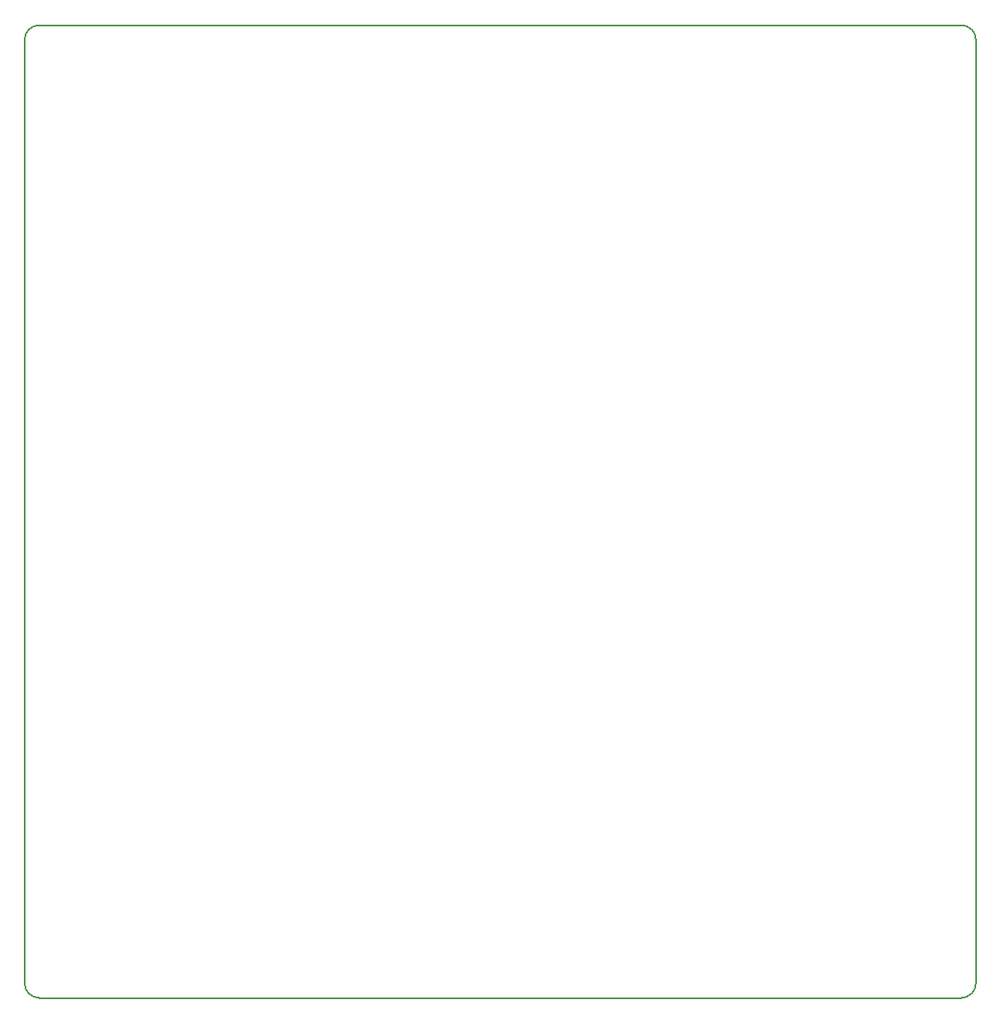
<source format=gbr>
%TF.GenerationSoftware,KiCad,Pcbnew,5.1.2*%
%TF.CreationDate,2019-07-09T23:39:58+10:00*%
%TF.ProjectId,eNo,654e6f2e-6b69-4636-9164-5f7063625858,rev?*%
%TF.SameCoordinates,Original*%
%TF.FileFunction,Profile,NP*%
%FSLAX46Y46*%
G04 Gerber Fmt 4.6, Leading zero omitted, Abs format (unit mm)*
G04 Created by KiCad (PCBNEW 5.1.2) date 2019-07-09 23:39:58*
%MOMM*%
%LPD*%
G04 APERTURE LIST*
%ADD10C,0.150000*%
G04 APERTURE END LIST*
D10*
X216662000Y-54356000D02*
G75*
G02X218186000Y-55880000I0J-1524000D01*
G01*
X218186000Y-152908000D02*
G75*
G02X216662000Y-154432000I-1524000J0D01*
G01*
X120396000Y-55880000D02*
G75*
G02X121920000Y-54356000I1524000J0D01*
G01*
X121920000Y-154432000D02*
G75*
G02X120396000Y-152908000I0J1524000D01*
G01*
X218186000Y-55880000D02*
X218186000Y-152908000D01*
X121920000Y-54356000D02*
X216662000Y-54356000D01*
X120396000Y-152908000D02*
X120396000Y-55880000D01*
X121920000Y-154432000D02*
X216662000Y-154432000D01*
M02*

</source>
